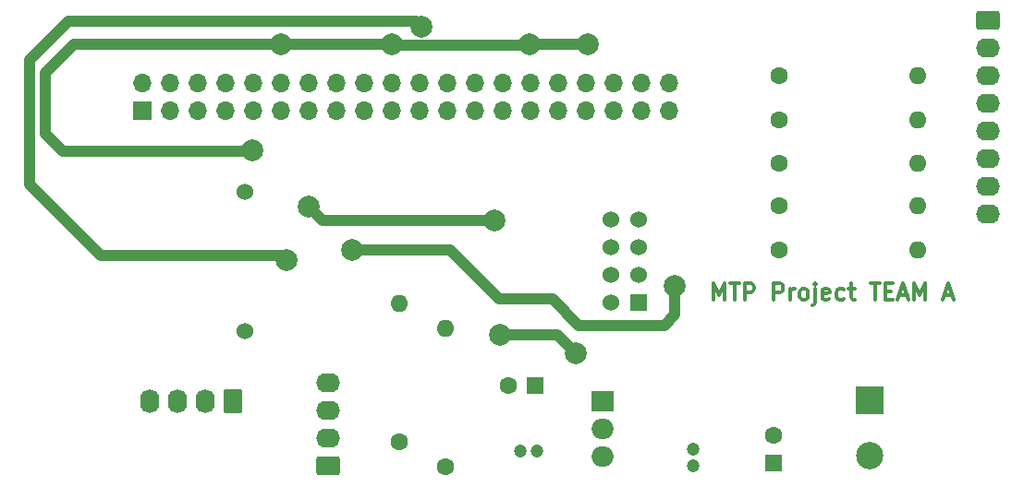
<source format=gtl>
G04 #@! TF.GenerationSoftware,KiCad,Pcbnew,8.0.5*
G04 #@! TF.CreationDate,2024-11-04T11:20:59+01:00*
G04 #@! TF.ProjectId,raspberry_pi_hat,72617370-6265-4727-9279-5f70695f6861,rev?*
G04 #@! TF.SameCoordinates,Original*
G04 #@! TF.FileFunction,Copper,L1,Top*
G04 #@! TF.FilePolarity,Positive*
%FSLAX46Y46*%
G04 Gerber Fmt 4.6, Leading zero omitted, Abs format (unit mm)*
G04 Created by KiCad (PCBNEW 8.0.5) date 2024-11-04 11:20:59*
%MOMM*%
%LPD*%
G01*
G04 APERTURE LIST*
G04 Aperture macros list*
%AMRoundRect*
0 Rectangle with rounded corners*
0 $1 Rounding radius*
0 $2 $3 $4 $5 $6 $7 $8 $9 X,Y pos of 4 corners*
0 Add a 4 corners polygon primitive as box body*
4,1,4,$2,$3,$4,$5,$6,$7,$8,$9,$2,$3,0*
0 Add four circle primitives for the rounded corners*
1,1,$1+$1,$2,$3*
1,1,$1+$1,$4,$5*
1,1,$1+$1,$6,$7*
1,1,$1+$1,$8,$9*
0 Add four rect primitives between the rounded corners*
20,1,$1+$1,$2,$3,$4,$5,0*
20,1,$1+$1,$4,$5,$6,$7,0*
20,1,$1+$1,$6,$7,$8,$9,0*
20,1,$1+$1,$8,$9,$2,$3,0*%
G04 Aperture macros list end*
%ADD10C,0.375000*%
G04 #@! TA.AperFunction,NonConductor*
%ADD11C,0.375000*%
G04 #@! TD*
G04 #@! TA.AperFunction,ComponentPad*
%ADD12C,1.200000*%
G04 #@! TD*
G04 #@! TA.AperFunction,ComponentPad*
%ADD13R,1.700000X1.700000*%
G04 #@! TD*
G04 #@! TA.AperFunction,ComponentPad*
%ADD14O,1.700000X1.700000*%
G04 #@! TD*
G04 #@! TA.AperFunction,ComponentPad*
%ADD15R,1.600000X1.600000*%
G04 #@! TD*
G04 #@! TA.AperFunction,ComponentPad*
%ADD16C,1.600000*%
G04 #@! TD*
G04 #@! TA.AperFunction,ComponentPad*
%ADD17R,2.000000X1.905000*%
G04 #@! TD*
G04 #@! TA.AperFunction,ComponentPad*
%ADD18O,2.000000X1.905000*%
G04 #@! TD*
G04 #@! TA.AperFunction,ComponentPad*
%ADD19O,1.600000X1.600000*%
G04 #@! TD*
G04 #@! TA.AperFunction,ComponentPad*
%ADD20R,1.524000X1.524000*%
G04 #@! TD*
G04 #@! TA.AperFunction,ComponentPad*
%ADD21C,1.524000*%
G04 #@! TD*
G04 #@! TA.AperFunction,ComponentPad*
%ADD22O,2.190000X1.740000*%
G04 #@! TD*
G04 #@! TA.AperFunction,ComponentPad*
%ADD23RoundRect,0.250000X-0.845000X0.620000X-0.845000X-0.620000X0.845000X-0.620000X0.845000X0.620000X0*%
G04 #@! TD*
G04 #@! TA.AperFunction,ComponentPad*
%ADD24R,2.500000X2.500000*%
G04 #@! TD*
G04 #@! TA.AperFunction,ComponentPad*
%ADD25C,2.500000*%
G04 #@! TD*
G04 #@! TA.AperFunction,ComponentPad*
%ADD26RoundRect,0.250000X0.845000X-0.620000X0.845000X0.620000X-0.845000X0.620000X-0.845000X-0.620000X0*%
G04 #@! TD*
G04 #@! TA.AperFunction,ComponentPad*
%ADD27RoundRect,0.250000X0.620000X0.845000X-0.620000X0.845000X-0.620000X-0.845000X0.620000X-0.845000X0*%
G04 #@! TD*
G04 #@! TA.AperFunction,ComponentPad*
%ADD28O,1.740000X2.190000*%
G04 #@! TD*
G04 #@! TA.AperFunction,ViaPad*
%ADD29C,2.000000*%
G04 #@! TD*
G04 #@! TA.AperFunction,Conductor*
%ADD30C,1.000000*%
G04 #@! TD*
G04 APERTURE END LIST*
D10*
D11*
X180353852Y-136046928D02*
X180353852Y-134546928D01*
X180353852Y-134546928D02*
X180853852Y-135618357D01*
X180853852Y-135618357D02*
X181353852Y-134546928D01*
X181353852Y-134546928D02*
X181353852Y-136046928D01*
X181853853Y-134546928D02*
X182710996Y-134546928D01*
X182282424Y-136046928D02*
X182282424Y-134546928D01*
X183210995Y-136046928D02*
X183210995Y-134546928D01*
X183210995Y-134546928D02*
X183782424Y-134546928D01*
X183782424Y-134546928D02*
X183925281Y-134618357D01*
X183925281Y-134618357D02*
X183996710Y-134689785D01*
X183996710Y-134689785D02*
X184068138Y-134832642D01*
X184068138Y-134832642D02*
X184068138Y-135046928D01*
X184068138Y-135046928D02*
X183996710Y-135189785D01*
X183996710Y-135189785D02*
X183925281Y-135261214D01*
X183925281Y-135261214D02*
X183782424Y-135332642D01*
X183782424Y-135332642D02*
X183210995Y-135332642D01*
X185853852Y-136046928D02*
X185853852Y-134546928D01*
X185853852Y-134546928D02*
X186425281Y-134546928D01*
X186425281Y-134546928D02*
X186568138Y-134618357D01*
X186568138Y-134618357D02*
X186639567Y-134689785D01*
X186639567Y-134689785D02*
X186710995Y-134832642D01*
X186710995Y-134832642D02*
X186710995Y-135046928D01*
X186710995Y-135046928D02*
X186639567Y-135189785D01*
X186639567Y-135189785D02*
X186568138Y-135261214D01*
X186568138Y-135261214D02*
X186425281Y-135332642D01*
X186425281Y-135332642D02*
X185853852Y-135332642D01*
X187353852Y-136046928D02*
X187353852Y-135046928D01*
X187353852Y-135332642D02*
X187425281Y-135189785D01*
X187425281Y-135189785D02*
X187496710Y-135118357D01*
X187496710Y-135118357D02*
X187639567Y-135046928D01*
X187639567Y-135046928D02*
X187782424Y-135046928D01*
X188496709Y-136046928D02*
X188353852Y-135975500D01*
X188353852Y-135975500D02*
X188282423Y-135904071D01*
X188282423Y-135904071D02*
X188210995Y-135761214D01*
X188210995Y-135761214D02*
X188210995Y-135332642D01*
X188210995Y-135332642D02*
X188282423Y-135189785D01*
X188282423Y-135189785D02*
X188353852Y-135118357D01*
X188353852Y-135118357D02*
X188496709Y-135046928D01*
X188496709Y-135046928D02*
X188710995Y-135046928D01*
X188710995Y-135046928D02*
X188853852Y-135118357D01*
X188853852Y-135118357D02*
X188925281Y-135189785D01*
X188925281Y-135189785D02*
X188996709Y-135332642D01*
X188996709Y-135332642D02*
X188996709Y-135761214D01*
X188996709Y-135761214D02*
X188925281Y-135904071D01*
X188925281Y-135904071D02*
X188853852Y-135975500D01*
X188853852Y-135975500D02*
X188710995Y-136046928D01*
X188710995Y-136046928D02*
X188496709Y-136046928D01*
X189639566Y-135046928D02*
X189639566Y-136332642D01*
X189639566Y-136332642D02*
X189568138Y-136475500D01*
X189568138Y-136475500D02*
X189425281Y-136546928D01*
X189425281Y-136546928D02*
X189353852Y-136546928D01*
X189639566Y-134546928D02*
X189568138Y-134618357D01*
X189568138Y-134618357D02*
X189639566Y-134689785D01*
X189639566Y-134689785D02*
X189710995Y-134618357D01*
X189710995Y-134618357D02*
X189639566Y-134546928D01*
X189639566Y-134546928D02*
X189639566Y-134689785D01*
X190925281Y-135975500D02*
X190782424Y-136046928D01*
X190782424Y-136046928D02*
X190496710Y-136046928D01*
X190496710Y-136046928D02*
X190353852Y-135975500D01*
X190353852Y-135975500D02*
X190282424Y-135832642D01*
X190282424Y-135832642D02*
X190282424Y-135261214D01*
X190282424Y-135261214D02*
X190353852Y-135118357D01*
X190353852Y-135118357D02*
X190496710Y-135046928D01*
X190496710Y-135046928D02*
X190782424Y-135046928D01*
X190782424Y-135046928D02*
X190925281Y-135118357D01*
X190925281Y-135118357D02*
X190996710Y-135261214D01*
X190996710Y-135261214D02*
X190996710Y-135404071D01*
X190996710Y-135404071D02*
X190282424Y-135546928D01*
X192282424Y-135975500D02*
X192139566Y-136046928D01*
X192139566Y-136046928D02*
X191853852Y-136046928D01*
X191853852Y-136046928D02*
X191710995Y-135975500D01*
X191710995Y-135975500D02*
X191639566Y-135904071D01*
X191639566Y-135904071D02*
X191568138Y-135761214D01*
X191568138Y-135761214D02*
X191568138Y-135332642D01*
X191568138Y-135332642D02*
X191639566Y-135189785D01*
X191639566Y-135189785D02*
X191710995Y-135118357D01*
X191710995Y-135118357D02*
X191853852Y-135046928D01*
X191853852Y-135046928D02*
X192139566Y-135046928D01*
X192139566Y-135046928D02*
X192282424Y-135118357D01*
X192710995Y-135046928D02*
X193282423Y-135046928D01*
X192925280Y-134546928D02*
X192925280Y-135832642D01*
X192925280Y-135832642D02*
X192996709Y-135975500D01*
X192996709Y-135975500D02*
X193139566Y-136046928D01*
X193139566Y-136046928D02*
X193282423Y-136046928D01*
X194710995Y-134546928D02*
X195568138Y-134546928D01*
X195139566Y-136046928D02*
X195139566Y-134546928D01*
X196068137Y-135261214D02*
X196568137Y-135261214D01*
X196782423Y-136046928D02*
X196068137Y-136046928D01*
X196068137Y-136046928D02*
X196068137Y-134546928D01*
X196068137Y-134546928D02*
X196782423Y-134546928D01*
X197353852Y-135618357D02*
X198068138Y-135618357D01*
X197210995Y-136046928D02*
X197710995Y-134546928D01*
X197710995Y-134546928D02*
X198210995Y-136046928D01*
X198710994Y-136046928D02*
X198710994Y-134546928D01*
X198710994Y-134546928D02*
X199210994Y-135618357D01*
X199210994Y-135618357D02*
X199710994Y-134546928D01*
X199710994Y-134546928D02*
X199710994Y-136046928D01*
X201496709Y-135618357D02*
X202210995Y-135618357D01*
X201353852Y-136046928D02*
X201853852Y-134546928D01*
X201853852Y-134546928D02*
X202353852Y-136046928D01*
D12*
X178500000Y-151300000D03*
X178500000Y-149800000D03*
D13*
X128014999Y-118664999D03*
D14*
X128014999Y-116124999D03*
X130554999Y-118664999D03*
X130554999Y-116124999D03*
X133094999Y-118664999D03*
X133094999Y-116124999D03*
X135634999Y-118664999D03*
X135634999Y-116124999D03*
X138174999Y-118664999D03*
X138174999Y-116124999D03*
X140714999Y-118664999D03*
X140714999Y-116124999D03*
X143254999Y-118664999D03*
X143254999Y-116124999D03*
X145794999Y-118664999D03*
X145794999Y-116124999D03*
X148334999Y-118664999D03*
X148334999Y-116124999D03*
X150874999Y-118664999D03*
X150874999Y-116124999D03*
X153414999Y-118664999D03*
X153414999Y-116124999D03*
X155954999Y-118664999D03*
X155954999Y-116124999D03*
X158494999Y-118664999D03*
X158494999Y-116124999D03*
X161034999Y-118664999D03*
X161034999Y-116124999D03*
X163574999Y-118664999D03*
X163574999Y-116124999D03*
X166114999Y-118664999D03*
X166114999Y-116124999D03*
X168654999Y-118664999D03*
X168654999Y-116124999D03*
X171194999Y-118664999D03*
X171194999Y-116124999D03*
X173734999Y-118664999D03*
X173734999Y-116124999D03*
X176274999Y-118664999D03*
X176274999Y-116124999D03*
D15*
X164005113Y-143900000D03*
D16*
X161505113Y-143900000D03*
D17*
X170155000Y-145360000D03*
D18*
X170155000Y-147900000D03*
X170155000Y-150439999D03*
D19*
X199050001Y-119500000D03*
D16*
X186350001Y-119500000D03*
D15*
X185800000Y-151005113D03*
D16*
X185800000Y-148505113D03*
D19*
X199050001Y-115509872D03*
D16*
X186350001Y-115509872D03*
D19*
X199050001Y-127400000D03*
D16*
X186350001Y-127400000D03*
D20*
X173487500Y-136312500D03*
D21*
X170947600Y-136312500D03*
X173487500Y-133772500D03*
X170947600Y-133772500D03*
X173487500Y-131232500D03*
X170947600Y-131232500D03*
X173487500Y-128692500D03*
X170947600Y-128692500D03*
X137387500Y-138912500D03*
X137387500Y-126112500D03*
D22*
X205500000Y-128200000D03*
X205500000Y-125660000D03*
X205500000Y-123120000D03*
X205500000Y-120580000D03*
X205500000Y-118040000D03*
X205500000Y-115500000D03*
X205500000Y-112960000D03*
D23*
X205500000Y-110420000D03*
D12*
X164150000Y-149900000D03*
X162650000Y-149900000D03*
D19*
X199050001Y-123500000D03*
D16*
X186350001Y-123500000D03*
D19*
X199050001Y-131500000D03*
D16*
X186350001Y-131500000D03*
D24*
X194600000Y-145255000D03*
D25*
X194600000Y-150335000D03*
D26*
X145020000Y-151300000D03*
D22*
X145020000Y-148760000D03*
X145020000Y-146220000D03*
X145020000Y-143680000D03*
D27*
X136320000Y-145400000D03*
D28*
X133780000Y-145400000D03*
X131240000Y-145400000D03*
X128700000Y-145400000D03*
D16*
X155800000Y-151350000D03*
D19*
X155800000Y-138650000D03*
D16*
X151500000Y-149050000D03*
D19*
X151500000Y-136350000D03*
D29*
X143254999Y-127500000D03*
X160250000Y-128750000D03*
X167750000Y-141000000D03*
X160750000Y-139250000D03*
X163500000Y-112600000D03*
X150900000Y-112600000D03*
X140700000Y-112600000D03*
X168800000Y-112600000D03*
X138100000Y-122300000D03*
X153600000Y-111000000D03*
X141200000Y-132400000D03*
X147250000Y-131500000D03*
X176800000Y-134800000D03*
D30*
X160250000Y-128750000D02*
X144500000Y-128750000D01*
X144500000Y-128750000D02*
X143254999Y-127504999D01*
X143254999Y-127504999D02*
X143254999Y-127500000D01*
X176800000Y-137400000D02*
X176800000Y-134800000D01*
X175800000Y-138400000D02*
X176800000Y-137400000D01*
X160700000Y-136000000D02*
X165600000Y-136000000D01*
X165600000Y-136000000D02*
X168000000Y-138400000D01*
X156200000Y-131500000D02*
X160700000Y-136000000D01*
X168000000Y-138400000D02*
X175800000Y-138400000D01*
X147250000Y-131500000D02*
X156200000Y-131500000D01*
X166000000Y-139250000D02*
X160750000Y-139250000D01*
X167750000Y-141000000D02*
X166000000Y-139250000D01*
X163400000Y-112700000D02*
X151000000Y-112700000D01*
X120700000Y-122400000D02*
X138000000Y-122400000D01*
X121700000Y-112600000D02*
X119100000Y-115200000D01*
X151000000Y-112700000D02*
X150900000Y-112600000D01*
X119100000Y-120800000D02*
X120700000Y-122400000D01*
X163500000Y-112600000D02*
X163400000Y-112700000D01*
X168800000Y-112600000D02*
X163500000Y-112600000D01*
X150900000Y-112600000D02*
X140700000Y-112600000D01*
X140700000Y-112600000D02*
X121700000Y-112600000D01*
X138000000Y-122400000D02*
X138100000Y-122300000D01*
X119100000Y-115200000D02*
X119100000Y-120800000D01*
X141200000Y-132400000D02*
X140800000Y-132000000D01*
X121200000Y-110500000D02*
X153100000Y-110500000D01*
X153100000Y-110500000D02*
X153600000Y-111000000D01*
X117700000Y-125500000D02*
X117700000Y-114000000D01*
X124200000Y-132000000D02*
X117700000Y-125500000D01*
X140800000Y-132000000D02*
X124200000Y-132000000D01*
X117700000Y-114000000D02*
X121200000Y-110500000D01*
M02*

</source>
